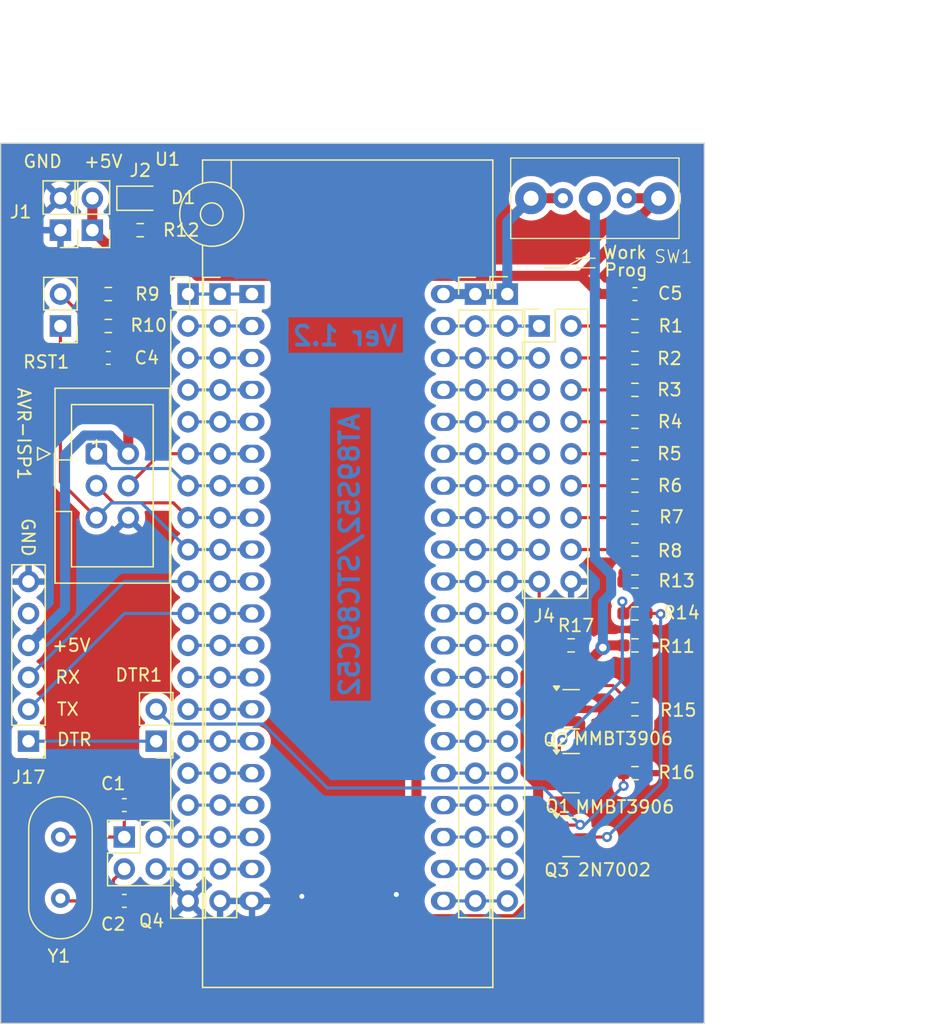
<source format=kicad_pcb>
(kicad_pcb (version 20241229) (generator "pcbnew") (generator_version "9.0")
  (layers (0 "F.Cu" signal) (2 "B.Cu" signal) (13 "F.Paste" user) (15 "B.Paste" user) (5 "F.SilkS" user "F.Silkscreen") (7 "B.SilkS" user "B.Silkscreen") (1 "F.Mask" user) (3 "B.Mask" user) (25 "Edge.Cuts" user))
  (net 0 "")
  (net 1 "GND")
  (net 2 "+5V")
  (net 3 "Net-(C4-Pad2)")
  (net 4 "Net-(D1-A)")
  (net 5 "/MISO")
  (net 6 "/SCK")
  (net 7 "/MOSI")
  (net 8 "/RST")
  (net 9 "/AD0")
  (net 10 "/AD1")
  (net 11 "/AD2")
  (net 12 "/AD3")
  (net 13 "/AD4")
  (net 14 "/AD5")
  (net 15 "/AD6")
  (net 16 "/AD7")
  (net 17 "/DTR")
  (net 19 "/P3.1")
  (net 20 "/EA")
  (net 21 "/P3.2")
  (net 22 "/P1.0")
  (net 23 "/P1.1")
  (net 24 "/P1.2")
  (net 25 "/P1.3")
  (net 26 "/P1.4")
  (net 27 "/P3.0")
  (net 28 "/P3.3")
  (net 29 "/P3.4")
  (net 30 "/P3.5")
  (net 31 "/~{WR}")
  (net 32 "/~{RD}")
  (net 33 "/X1")
  (net 34 "/X2")
  (net 35 "/ALE")
  (net 36 "/PSEN")
  (net 37 "/A15")
  (net 38 "/A14")
  (net 39 "/A13")
  (net 40 "/A12")
  (net 41 "/A11")
  (net 42 "/A10")
  (net 43 "/A9")
  (net 44 "/A8")
  (net 45 "Net-(Q1-B)")
  (net 46 "Net-(Q2-B)")
  (net 47 "Net-(Q3-D)")
  (net 48 "Net-(J4-Pin_2)")
  (net 49 "Net-(J4-Pin_4)")
  (net 50 "Net-(J4-Pin_6)")
  (net 51 "Net-(J4-Pin_8)")
  (net 52 "Net-(J4-Pin_10)")
  (net 53 "Net-(J4-Pin_12)")
  (net 54 "Net-(J4-Pin_14)")
  (net 55 "Net-(J4-Pin_16)")
  (net 56 "/VPP")
  (net 57 "Net-(Q4-Pin_1)")
  (net 58 "Net-(Q4-Pin_3)")
  (net 59 "Net-(DTR1-Pin_2)")
  (net 60 "Net-(RST1-Pin_2)")
  (net 61 "Net-(Q1-C)")
  (footprint "LED_SMD:LED_0805_2012Metric_Pad1.15x1.40mm_HandSolder" (layer "F.Cu") (at 71.11 52.38)
    (property "Reference" "D1")
    (property "Value" "LED")
  )
  (footprint "Capacitor_SMD:C_0603_1608Metric_Pad1.08x0.95mm_HandSolder" (layer "F.Cu") (at 69.84 108.26)
    (property "Reference" "C2")
    (property "Value" "22")
  )
  (footprint "Connector_PinHeader_2.54mm:PinHeader_1x06_P2.54mm_Vertical" (layer "F.Cu") (at 62.22 95.56 180)
    (property "Reference" "J17")
    (property "Value" "UART")
  )
  (footprint "Package_TO_SOT_SMD:SOT-23" (layer "F.Cu") (at 105.4 98.1)
    (property "Reference" "Q1")
    (property "Value" "MMBT3906")
  )
  (footprint "Connector_IDC:IDC-Header_2x03_P2.54mm_Vertical" (layer "F.Cu") (at 67.62 72.7)
    (property "Reference" "AVR-ISP1")
    (property "Value" "AVR-ISP-6")
  )
  (footprint "Connector_PinHeader_2.54mm:PinHeader_2x02_P2.54mm_Vertical" (layer "F.Cu") (at 69.84 103.18)
    (property "Reference" "Q4")
    (property "Value" "Conn Crystal")
  )
  (footprint "Capacitor_SMD:C_0603_1608Metric_Pad1.08x0.95mm_HandSolder" (layer "F.Cu") (at 110.48 60)
    (property "Reference" "C5")
    (property "Value" "10.0x16V")
  )
  (footprint "Package_TO_SOT_SMD:SOT-23" (layer "F.Cu") (at 105.4 103.18)
    (property "Reference" "Q3")
    (property "Value" "2N7002")
  )
  (footprint "Resistor_SMD:R_0603_1608Metric_Pad0.98x0.95mm_HandSolder" (layer "F.Cu") (at 105.4 87.94 180)
    (property "Reference" "R17")
    (property "Value" "5.1k")
  )
  (footprint "Resistor_SMD:R_0603_1608Metric_Pad0.98x0.95mm_HandSolder" (layer "F.Cu") (at 110.48 70.16)
    (property "Reference" "R4")
    (property "Value" "5.1k")
  )
  (footprint "Crystal:Crystal_HC49-U_Vertical" (layer "F.Cu") (at 64.76 103.18 -90)
    (property "Reference" "Y1")
    (property "Value" "11.0592")
  )
  (footprint "Connector_PinHeader_2.54mm:PinHeader_1x20_P2.54mm_Vertical" (layer "F.Cu") (at 74.92 60)
    (property "Reference" "J3" (hide yes))
    (property "Value" "PL2")
  )
  (footprint "Resistor_SMD:R_0603_1608Metric_Pad0.98x0.95mm_HandSolder" (layer "F.Cu") (at 110.48 62.54)
    (property "Reference" "R1")
    (property "Value" "5.1k")
  )
  (footprint "Connector_PinHeader_2.54mm:PinHeader_1x20_P2.54mm_Vertical" (layer "F.Cu") (at 100.32 60)
    (property "Reference" "J5" (hide yes))
    (property "Value" "PR2")
  )
  (footprint "Resistor_SMD:R_0603_1608Metric_Pad0.98x0.95mm_HandSolder" (layer "F.Cu") (at 110.48 93.02)
    (property "Reference" "R15")
    (property "Value" "430")
  )
  (footprint "Resistor_SMD:R_0603_1608Metric_Pad0.98x0.95mm_HandSolder" (layer "F.Cu") (at 68.57 60 180)
    (property "Reference" "R9")
    (property "Value" "20k")
  )
  (footprint "Resistor_SMD:R_0603_1608Metric_Pad0.98x0.95mm_HandSolder" (layer "F.Cu") (at 110.48 85.4 180)
    (property "Reference" "R14")
    (property "Value" "1.1k")
  )
  (footprint "Resistor_SMD:R_0603_1608Metric_Pad0.98x0.95mm_HandSolder" (layer "F.Cu") (at 110.48 82.86)
    (property "Reference" "R13")
    (property "Value" "1k")
  )
  (footprint "Socket:DIP_Socket-40_W11.9_W12.7_W15.24_W17.78_W18.5_3M_240-1280-00-0602J" (layer "F.Cu") (at 80 60)
    (property "Reference" "U1")
    (property "Value" "8051")
  )
  (footprint "Resistor_SMD:R_0603_1608Metric_Pad0.98x0.95mm_HandSolder" (layer "F.Cu") (at 110.48 87.94)
    (property "Reference" "R11")
    (property "Value" "2k")
  )
  (footprint "Resistor_SMD:R_0603_1608Metric_Pad0.98x0.95mm_HandSolder" (layer "F.Cu") (at 110.48 77.78)
    (property "Reference" "R7")
    (property "Value" "5.1k")
  )
  (footprint "Resistor_SMD:R_0603_1608Metric_Pad0.98x0.95mm_HandSolder" (layer "F.Cu") (at 110.48 67.62)
    (property "Reference" "R3")
    (property "Value" "5.1k")
  )
  (footprint "Package_TO_SOT_SMD:SOT-23" (layer "F.Cu") (at 105.4 93.02)
    (property "Reference" "Q2")
    (property "Value" "MMBT3906")
  )
  (footprint "Resistor_SMD:R_0603_1608Metric_Pad0.98x0.95mm_HandSolder" (layer "F.Cu") (at 110.48 72.7)
    (property "Reference" "R5")
    (property "Value" "5.1k")
  )
  (footprint "Resistor_SMD:R_0603_1608Metric_Pad0.98x0.95mm_HandSolder" (layer "F.Cu") (at 68.57 62.54)
    (property "Reference" "R10")
    (property "Value" "2k")
  )
  (footprint "Connector_PinHeader_2.54mm:PinHeader_2x09_P2.54mm_Vertical" (layer "F.Cu") (at 102.86 62.54)
    (property "Reference" "J4")
    (property "Value" "Rs")
  )
  (footprint "Resistor_SMD:R_0603_1608Metric_Pad0.98x0.95mm_HandSolder" (layer "F.Cu") (at 110.48 65.08)
    (property "Reference" "R2")
    (property "Value" "5.1k")
  )
  (footprint "Connector_PinHeader_2.54mm:PinHeader_1x02_P2.54mm_Vertical" (layer "F.Cu") (at 67.3 54.92 180)
    (property "Reference" "J2")
    (property "Value" "+5V")
  )
  (footprint "Resistor_SMD:R_0603_1608Metric_Pad0.98x0.95mm_HandSolder" (layer "F.Cu") (at 110.48 75.24)
    (property "Reference" "R6")
    (property "Value" "5.1k")
  )
  (footprint "Connector_PinHeader_2.54mm:PinHeader_1x20_P2.54mm_Vertical" (layer "F.Cu") (at 77.46 60)
    (property "Reference" "J24" (hide yes))
    (property "Value" "PL1")
  )
  (footprint "Resistor_SMD:R_0603_1608Metric_Pad0.98x0.95mm_HandSolder" (layer "F.Cu") (at 110.48 80.32)
    (property "Reference" "R8")
    (property "Value" "5.1k")
  )
  (footprint "Resistor_SMD:R_0603_1608Metric_Pad0.98x0.95mm_HandSolder" (layer "F.Cu") (at 71.11 54.92 180)
    (property "Reference" "R12")
    (property "Value" "1k")
  )
  (footprint "Capacitor_SMD:C_0603_1608Metric_Pad1.08x0.95mm_HandSolder" (layer "F.Cu") (at 68.57 65.08 180)
    (property "Reference" "C4")
    (property "Value" "22.0x16V")
  )
  (footprint "Connector_PinHeader_2.54mm:PinHeader_1x02_P2.54mm_Vertical" (layer "F.Cu") (at 64.76 62.54 180)
    (property "Reference" "RST1")
    (property "Value" "Reset")
  )
  (footprint "Connector_PinHeader_2.54mm:PinHeader_1x02_P2.54mm_Vertical" (layer "F.Cu") (at 64.76 54.92 180)
    (property "Reference" "J1")
    (property "Value" "GND")
  )
  (footprint "Capacitor_SMD:C_0603_1608Metric_Pad1.08x0.95mm_HandSolder" (layer "F.Cu") (at 69.84 100.64)
    (property "Reference" "C1")
    (property "Value" "22")
  )
  (footprint "Resistor_SMD:R_0603_1608Metric_Pad0.98x0.95mm_HandSolder" (layer "F.Cu") (at 110.48 98.1)
    (property "Reference" "R16")
    (property "Value" "2k")
  )
  (footprint "Button_Switch_THT:SPDT_Omron_D2F_5pins" (layer "F.Cu") (at 107.2896 52.38)
    (property "Reference" "SW1")
    (property "Value" "SW_SPDT")
  )
  (footprint "Connector_PinHeader_2.54mm:PinHeader_1x20_P2.54mm_Vertical" (layer "F.Cu") (at 97.78 60)
    (property "Reference" "J25" (hide yes))
    (property "Value" "PR1")
  )
  (footprint "Connector_PinHeader_2.54mm:PinHeader_1x02_P2.54mm_Vertical" (layer "F.Cu") (at 72.38 95.56 180)
    (property "Reference" "DTR1")
    (property "Value" "Prog")
  )
  (gr_line (start 105.8 57.912) (end 107.3 57.912) (stroke (width 0.1)) (layer "F.SilkS"))
  (gr_line (start 103.251 57.912) (end 104.8 57.912) (stroke (width 0.1)) (layer "F.SilkS"))
  (gr_line (start 104.8 57.912) (end 106.45 57.023) (stroke (width 0.1)) (layer "F.SilkS"))
  (gr_line (start 107.3 57.15) (end 105.8 57.15) (stroke (width 0.1)) (layer "F.SilkS"))
  (gr_line (start 60 118) (end 60 48) (stroke (width 0.1)) (layer "Edge.Cuts"))
  (gr_line (start 60 48) (end 116 48) (stroke (width 0.1)) (layer "Edge.Cuts"))
  (gr_line (start 116 118) (end 60 118) (stroke (width 0.1)) (layer "Edge.Cuts"))
  (gr_line (start 116 48) (end 116 118) (stroke (width 0.1)) (layer "Edge.Cuts"))
  (gr_text "AT89S52/STC89C52" (at 88.646 69.342 90) (layer "B.Cu") (effects (font (size 1.5 1.5) (thickness 0.3) (bold yes)) (justify left bottom mirror)))
  (gr_text "Ver 1.2" (at 91.694 64.2112 0) (layer "B.Cu") (effects (font (size 1.5 1.5) (thickness 0.3) (bold yes)) (justify left bottom mirror)))
  (gr_text "+5V" (at 64.008 88.519 0) (layer "F.SilkS") (effects (font (size 1 1)) (justify left bottom)))
  (gr_text "Work" (at 107.823 57.277 0) (layer "F.SilkS") (effects (font (size 1 1)) (justify left bottom)))
  (gr_text "DTR" (at 64.389 96.012 0) (layer "F.SilkS") (effects (font (size 1 1)) (justify left bottom)))
  (gr_text "RX" (at 64.262 91.059 0) (layer "F.SilkS") (effects (font (size 1 1)) (justify left bottom)))
  (gr_text "GND" (at 61.595 77.724 270) (layer "F.SilkS") (effects (font (size 1 1)) (justify left bottom)))
  (gr_text "Prog" (at 107.95 58.674 0) (layer "F.SilkS") (effects (font (size 1 1)) (justify left bottom)))
  (gr_text "TX" (at 64.389 93.599 0) (layer "F.SilkS") (effects (font (size 1 1)) (justify left bottom)))
  (gr_text "+5V" (at 66.548 50.038 0) (layer "F.SilkS") (effects (font (size 1 1)) (justify left bottom)))
  (gr_text "1" (at 67.056 72.7456 0) (layer "F.SilkS") (effects (font (size 1 1)) (justify left bottom)))
  (gr_text "GND" (at 61.722 50.038 0) (layer "F.SilkS") (effects (font (size 1 1)) (justify left bottom)))
  (via (at 83.9724 107.8992) (size 0.8) (drill 0.4) (layers "F.Cu" "B.Cu") (net 1))
  (via (at 91.4908 107.7468) (size 0.8) (drill 0.4) (layers "F.Cu" "B.Cu") (net 1))
  (segment (start 67.3 52.38) (end 67.3 54.92) (width 0.8) (layer "F.Cu") (net 2))
  (segment (start 111.3925 65.08) (end 111.3925 67.62) (width 0.8) (layer "F.Cu") (net 2))
  (segment (start 111.3925 70.16) (end 111.3925 72.7) (width 0.8) (layer "F.Cu") (net 2))
  (segment (start 67.3 54.92) (end 68.376 55.996) (width 0.8) (layer "F.Cu") (net 2))
  (segment (start 93.091 108.760628) (end 93.091 58.55) (width 0.8) (layer "F.Cu") (net 2))
  (segment (start 70.9465 55.996) (end 72.0225 54.92) (width 0.8) (layer "F.Cu") (net 2))
  (segment (start 94.041372 109.711) (end 93.091 108.760628) (width 0.8) (layer "F.Cu") (net 2))
  (segment (start 101.771 90.2022) (end 102.616 89.3572) (width 0.8) (layer "F.Cu") (net 2))
  (segment (start 102.777 99.05) (end 102.777 107.855024) (width 0.8) (layer "F.Cu") (net 2))
  (segment (start 111.3925 67.62) (end 111.3925 70.16) (width 0.8) (layer "F.Cu") (net 2))
  (segment (start 111.3925 75.24) (end 111.3925 77.78) (width 0.8) (layer "F.Cu") (net 2))
  (segment (start 106.1996 58.55) (end 93.091 58.55) (width 0.8) (layer "F.Cu") (net 2))
  (segment (start 109.5675 82.145) (end 111.3925 80.32) (width 0.8) (layer "F.Cu") (net 2))
  (segment (start 70.16 72.7) (end 70.16 65.8075) (width 0.8) (layer "F.Cu") (net 2))
  (segment (start 71.2216 60.7964) (end 74.22445 57.79355) (width 0.8) (layer "F.Cu") (net 2))
  (segment (start 68.376 55.996) (end 70.9465 55.996) (width 0.8) (layer "F.Cu") (net 2))
  (segment (start 109.8296 52.38) (end 112.3696 52.38) (width 0.8) (layer "F.Cu") (net 2))
  (segment (start 112.3696 52.38) (end 106.1996 58.55) (width 0.8) (layer "F.Cu") (net 2))
  (segment (start 74.22445 57.79355) (end 74.89605 57.79355) (width 0.8) (layer "F.Cu") (net 2))
  (segment (start 107.6496 60) (end 106.1996 58.55) (width 0.8) (layer "F.Cu") (net 2))
  (segment (start 93.091 58.55) (end 75.6525 58.55) (width 0.8) (layer "F.Cu") (net 2))
  (segment (start 102.777 99.05) (end 101.771 98.044) (width 0.8) (layer "F.Cu") (net 2))
  (segment (start 74.89605 57.79355) (end 72.0225 54.92) (width 0.8) (layer "F.Cu") (net 2))
  (segment (start 109.5675 82.86) (end 109.5675 82.145) (width 0.8) (layer "F.Cu") (net 2))
  (segment (start 111.3925 72.7) (end 111.3925 75.24) (width 0.8) (layer "F.Cu") (net 2))
  (segment (start 111.3925 77.78) (end 111.3925 80.32) (width 0.8) (layer "F.Cu") (net 2))
  (segment (start 69.4325 65.08) (end 71.2216 63.2909) (width 0.8) (layer "F.Cu") (net 2))
  (segment (start 75.6525 58.55) (end 74.89605 57.79355) (width 0.8) (layer "F.Cu") (net 2))
  (segment (start 104.4625 99.05) (end 102.777 99.05) (width 0.8) (layer "F.Cu") (net 2))
  (segment (start 111.3925 62.54) (end 111.3925 65.08) (width 0.8) (layer "F.Cu") (net 2))
  (segment (start 102.777 107.855024) (end 100.921024 109.711) (width 0.8) (layer "F.Cu") (net 2))
  (segment (start 104.8953 89.3572) (end 106.3125 87.94) (width 0.8) (layer "F.Cu") (net 2))
  (segment (start 70.16 65.8075) (end 69.4325 65.08) (width 0.8) (layer "F.Cu") (net 2))
  (segment (start 71.2216 63.2909) (end 71.2216 60.7964) (width 0.8) (layer "F.Cu") (net 2))
  (segment (start 102.616 89.3572) (end 104.8953 89.3572) (width 0.8) (layer "F.Cu") (net 2))
  (segment (start 101.771 98.044) (end 101.771 90.2022) (width 0.8) (layer "F.Cu") (net 2))
  (segment (start 109.6175 60.765) (end 109.6175 60) (width 0.8) (layer "F.Cu") (net 2))
  (segment (start 111.3925 62.54) (end 109.6175 60.765) (width 0.8) (layer "F.Cu") (net 2))
  (segment (start 100.921024 109.711) (end 94.041372 109.711) (width 0.8) (layer "F.Cu") (net 2))
  (segment (start 109.6175 60) (end 107.6496 60) (width 0.8) (layer "F.Cu") (net 2))
  (segment (start 65.1256 85.0344) (end 62.22 87.94) (width 0.8) (layer "B.Cu") (net 2))
  (segment (start 66.660576 71.249) (end 65.1256 72.783976) (width 0.8) (layer "B.Cu") (net 2))
  (segment (start 70.16 72.7) (end 68.709 71.249) (width 0.8) (layer "B.Cu") (net 2))
  (segment (start 65.1256 72.783976) (end 65.1256 85.0344) (width 0.8) (layer "B.Cu") (net 2))
  (segment (start 68.709 71.249) (end 66.660576 71.249) (width 0.8) (layer "B.Cu") (net 2))
  (segment (start 67.7075 64.3217) (end 67.7075 65.08) (width 0.25) (layer "F.Cu") (net 3))
  (segment (start 69.4825 62.54) (end 69.4825 62.5467) (width 0.25) (layer "F.Cu") (net 3))
  (segment (start 69.4825 62.5467) (end 67.7075 64.3217) (width 0.25) (layer "F.Cu") (net 3))
  (segment (start 69.4825 60) (end 69.4825 62.54) (width 0.25) (layer "F.Cu") (net 3))
  (segment (start 72.135 52.38) (end 70.1975 54.3175) (width 0.25) (layer "F.Cu") (net 4))
  (segment (start 70.1975 54.3175) (end 70.1975 54.92) (width 0.25) (layer "F.Cu") (net 4))
  (segment (start 77.46 75.24) (end 80 75.24) (width 0.25) (layer "B.Cu") (net 5))
  (segment (start 73.556 73.876) (end 74.92 75.24) (width 0.25) (layer "B.Cu") (net 5))
  (segment (start 67.62 72.7) (end 68.796 73.876) (width 0.25) (layer "B.Cu") (net 5))
  (segment (start 74.92 75.24) (end 77.46 75.24) (width 0.25) (layer "B.Cu") (net 5))
  (segment (start 68.796 73.876) (end 73.556 73.876) (width 0.25) (layer "B.Cu") (net 5))
  (segment (start 68.984 76.604) (end 73.744 76.604) (width 0.25) (layer "F.Cu") (net 6))
  (segment (start 73.744 76.604) (end 74.92 77.78) (width 0.25) (layer "F.Cu") (net 6))
  (segment (start 67.62 75.24) (end 68.984 76.604) (width 0.25) (layer "F.Cu") (net 6))
  (segment (start 74.92 77.78) (end 77.46 77.78) (width 0.25) (layer "B.Cu") (net 6))
  (segment (start 80 77.78) (end 77.46 77.78) (width 0.25) (layer "B.Cu") (net 6))
  (segment (start 70.16 75.24) (end 72.7 72.7) (width 0.25) (layer "F.Cu") (net 7))
  (segment (start 72.7 72.7) (end 74.92 72.7) (width 0.25) (layer "F.Cu") (net 7))
  (segment (start 80 72.7) (end 77.46 72.7) (width 0.25) (layer "B.Cu") (net 7))
  (segment (start 74.92 72.7) (end 77.46 72.7) (width 0.25) (layer "B.Cu") (net 7))
  (segment (start 64.76 74.92) (end 67.62 77.78) (width 0.25) (layer "F.Cu") (net 8))
  (segment (start 64.76 62.54) (end 64.76 74.92) (width 0.25) (layer "F.Cu") (net 8))
  (segment (start 71.204 76.604) (end 74.92 80.32) (width 0.25) (layer "B.Cu") (net 8))
  (segment (start 74.92 80.32) (end 77.46 80.32) (width 0.25) (layer "B.Cu") (net 8))
  (segment (start 68.796 76.604) (end 71.204 76.604) (width 0.25) (layer "B.Cu") (net 8))
  (segment (start 67.62 77.78) (end 68.796 76.604) (width 0.25) (layer "B.Cu") (net 8))
  (segment (start 77.46 80.32) (end 80 80.32) (width 0.25) (layer "B.Cu") (net 8))
  (segment (start 97.78 62.54) (end 100.32 62.54) (width 0.25) (layer "B.Cu") (net 9))
  (segment (start 100.32 62.54) (end 102.86 62.54) (width 0.25) (layer "B.Cu") (net 9))
  (segment (start 95.24 62.54) (end 97.78 62.54) (width 0.25) (layer "B.Cu") (net 9))
  (segment (start 95.24 65.08) (end 97.78 65.08) (width 0.25) (layer "B.Cu") (net 10))
  (segment (start 102.86 65.08) (end 97.78 65.08) (width 0.25) (layer "B.Cu") (net 10))
  (segment (start 95.24 67.62) (end 97.78 67.62) (width 0.25) (layer "B.Cu") (net 11))
  (segment (start 97.78 67.62) (end 102.86 67.62) (width 0.25) (layer "B.Cu") (net 11))
  (segment (start 95.24 70.16) (end 97.78 70.16) (width 0.25) (layer "B.Cu") (net 12))
  (segment (start 102.86 70.16) (end 97.78 70.16) (width 0.25) (layer "B.Cu") (net 12))
  (segment (start 95.24 72.7) (end 97.78 72.7) (width 0.25) (layer "B.Cu") (net 13))
  (segment (start 97.78 72.7) (end 102.86 72.7) (width 0.25) (layer "B.Cu") (net 13))
  (segment (start 97.78 75.24) (end 102.86 75.24) (width 0.25) (layer "B.Cu") (net 14))
  (segment (start 95.24 75.24) (end 97.78 75.24) (width 0.25) (layer "B.Cu") (net 14))
  (segment (start 97.78 77.78) (end 102.86 77.78) (width 0.25) (layer "B.Cu") (net 15))
  (segment (start 95.24 77.78) (end 97.78 77.78) (width 0.25) (layer "B.Cu") (net 15))
  (segment (start 97.78 80.32) (end 102.86 80.32) (width 0.25) (layer "B.Cu") (net 16))
  (segment (start 95.24 80.32) (end 97.78 80.32) (width 0.25) (layer "B.Cu") (net 16))
  (segment (start 62.22 95.56) (end 72.38 95.56) (width 0.25) (layer "B.Cu") (net 17))
  (segment (start 74.92 85.4) (end 77.46 85.4) (width 0.25) (layer "B.Cu") (net 19))
  (segment (start 69.84 85.4) (end 74.92 85.4) (width 0.25) (layer "B.Cu") (net 19))
  (segment (start 80 85.4) (end 77.46 85.4) (width 0.25) (layer "B.Cu") (net 19))
  (segment (start 62.22 93.02) (end 69.84 85.4) (width 0.25) (layer "B.Cu") (net 19))
  (segment (start 104.2468 87.94) (end 102.86 86.5532) (width 0.25) (layer "F.Cu") (net 20))
  (segment (start 104.4875 87.94) (end 104.2468 87.94) (width 0.25) (layer "F.Cu") (net 20))
  (segment (start 102.86 86.5532) (end 102.86 82.86) (width 0.25) (layer "F.Cu") (net 20))
  (segment (start 97.78 82.86) (end 102.86 82.86) (width 0.25) (layer "B.Cu") (net 20))
  (segment (start 95.24 82.86) (end 97.78 82.86) (width 0.25) (layer "B.Cu") (net 20))
  (segment (start 74.92 87.94) (end 77.46 87.94) (width 0.25) (layer "B.Cu") (net 21))
  (segment (start 80 87.94) (end 77.46 87.94) (width 0.25) (layer "B.Cu") (net 21))
  (segment (start 77.46 60) (end 74.92 60) (width 0.25) (layer "B.Cu") (net 22))
  (segment (start 77.46 60) (end 80 60) (width 0.25) (layer "B.Cu") (net 22))
  (segment (start 74.92 62.54) (end 77.46 62.54) (width 0.25) (layer "B.Cu") (net 23))
  (segment (start 77.46 62.54) (end 80 62.54) (width 0.25) (layer "B.Cu") (net 23))
  (segment (start 74.92 65.08) (end 77.46 65.08) (width 0.25) (layer "B.Cu") (net 24))
  (segment (start 77.46 65.08) (end 80 65.08) (width 0.25) (layer "B.Cu") (net 24))
  (segment (start 74.92 67.62) (end 77.46 67.62) (width 0.25) (layer "B.Cu") (net 25))
  (segment (start 80 67.62) (end 77.46 67.62) (width 0.25) (layer "B.Cu") (net 25))
  (segment (start 74.92 70.16) (end 77.46 70.16) (width 0.25) (layer "B.Cu") (net 26))
  (segment (start 77.46 70.16) (end 80 70.16) (width 0.25) (layer "B.Cu") (net 26))
  (segment (start 69.84 82.86) (end 74.92 82.86) (width 0.25) (layer "B.Cu") (net 27))
  (segment (start 80 82.86) (end 77.46 82.86) (width 0.25) (layer "B.Cu") (net 27))
  (segment (start 62.22 90.48) (end 69.84 82.86) (width 0.25) (layer "B.Cu") (net 27))
  (segment (start 74.92 82.86) (end 77.46 82.86) (width 0.25) (layer "B.Cu") (net 27))
  (segment (start 80 90.48) (end 77.46 90.48) (width 0.25) (layer "B.Cu") (net 28))
  (segment (start 74.92 90.48) (end 77.46 90.48) (width 0.25) (layer "B.Cu") (net 28))
  (segment (start 74.92 93.02) (end 77.46 93.02) (width 0.25) (layer "B.Cu") (net 29))
  (segment (start 77.46 93.02) (end 80 93.02) (width 0.25) (layer "B.Cu") (net 29))
  (segment (start 74.92 95.56) (end 77.46 95.56) (width 0.25) (layer "B.Cu") (net 30))
  (segment (start 77.46 95.56) (end 80 95.56) (width 0.25) (layer "B.Cu") (net 30))
  (segment (start 74.92 98.1) (end 77.46 98.1) (width 0.25) (layer "B.Cu") (net 31))
  (segment (start 77.46 98.1) (end 80 98.1) (width 0.25) (layer "B.Cu") (net 31))
  (segment (start 74.92 100.64) (end 77.46 100.64) (width 0.25) (layer "B.Cu") (net 32))
  (segment (start 80 100.64) (end 77.46 100.64) (width 0.25) (layer "B.Cu") (net 32))
  (segment (start 74.92 103.18) (end 77.46 103.18) (width 0.25) (layer "B.Cu") (net 33))
  (segment (start 72.38 103.18) (end 74.92 103.18) (width 0.25) (layer "B.Cu") (net 33))
  (segment (start 77.46 103.18) (end 80 103.18) (width 0.25) (layer "B.Cu") (net 33))
  (segment (start 72.18 105.52) (end 72.38 105.72) (width 0.25) (layer "F.Cu") (net 34))
  (segment (start 80 105.72) (end 77.46 105.72) (width 0.25) (layer "B.Cu") (net 34))
  (segment (start 72.38 105.72) (end 74.92 105.72) (width 0.25) (layer "B.Cu") (net 34))
  (segment (start 74.92 105.72) (end 77.46 105.72) (width 0.25) (layer "B.Cu") (net 34))
  (segment (start 100.32 85.4) (end 97.78 85.4) (width 0.25) (layer "B.Cu") (net 35))
  (segment (start 95.24 85.4) (end 97.78 85.4) (width 0.25) (layer "B.Cu") (net 35))
  (segment (start 97.78 87.94) (end 100.32 87.94) (width 0.25) (layer "B.Cu") (net 36))
  (segment (start 95.24 87.94) (end 97.78 87.94) (width 0.25) (layer "B.Cu") (net 36))
  (segment (start 100.32 90.48) (end 97.78 90.48) (width 0.25) (layer "B.Cu") (net 37))
  (segment (start 97.78 90.48) (end 95.24 90.48) (width 0.25) (layer "B.Cu") (net 37))
  (segment (start 95.24 93.02) (end 97.78 93.02) (width 0.25) (layer "B.Cu") (net 38))
  (segment (start 97.78 93.02) (end 100.32 93.02) (width 0.25) (layer "B.Cu") (net 38))
  (segment (start 97.78 95.56) (end 100.32 95.56) (width 0.25) (layer "B.Cu") (net 39))
  (segment (start 97.78 95.56) (end 95.24 95.56) (width 0.25) (layer "B.Cu") (net 39))
  (segment (start 95.24 98.1) (end 97.78 98.1) (width 0.25) (layer "B.Cu") (net 40))
  (segment (start 97.78 98.1) (end 100.32 98.1) (width 0.25) (layer "B.Cu") (net 40))
  (segment (start 97.78 100.64) (end 100.32 100.64) (width 0.25) (layer "B.Cu") (net 41))
  (segment (start 97.78 100.64) (end 95.24 100.64) (width 0.25) (layer "B.Cu") (net 41))
  (segment (start 97.78 103.18) (end 100.32 103.18) (width 0.25) (layer "B.Cu") (net 42))
  (segment (start 95.24 103.18) (end 97.78 103.18) (width 0.25) (layer "B.Cu") (net 42))
  (segment (start 95.24 105.72) (end 97.78 105.72) (width 0.25) (layer "B.Cu") (net 43))
  (segment (start 97.78 105.72) (end 100.32 105.72) (width 0.25) (layer "B.Cu") (net 43))
  (segment (start 95.24 108.26) (end 97.78 108.26) (width 0.25) (layer "B.Cu") (net 44))
  (segment (start 97.78 108.26) (end 100.32 108.26) (width 0.25) (layer "B.Cu") (net 44))
  (segment (start 104.4625 97.15) (end 104.4625 95.6895) (width 0.25) (layer "F.Cu") (net 45))
  (segment (start 111.3925 82.86) (end 111.3925 83.575) (width 0.25) (layer "F.Cu") (net 45))
  (segment (start 111.3925 83.575) (end 109.5675 85.4) (width 0.25) (layer "F.Cu") (net 45))
  (segment (start 104.4625 95.6895) (end 104.6988 95.4532) (width 0.25) (layer "F.Cu") (net 45))
  (segment (start 109.5675 84.5485) (end 109.474 84.455) (width 0.25) (layer "F.Cu") (net 45))
  (segment (start 109.5675 85.4) (end 109.5675 84.5485) (width 0.25) (layer "F.Cu") (net 45))
  (via (at 109.474 84.455) (size 0.8) (drill 0.4) (layers "F.Cu" "B.Cu") (net 45))
  (via (at 104.6988 95.4532) (size 0.8) (drill 0.4) (layers "F.Cu" "B.Cu") (net 45))
  (segment (start 109.474 90.678) (end 109.474 84.455) (width 0.25) (layer "B.Cu") (net 45))
  (segment (start 104.6988 95.4532) (end 109.474 90.678) (width 0.25) (layer "B.Cu") (net 45))
  (segment (start 104.4625 92.07) (end 105.3973 91.1352) (width 0.25) (layer "F.Cu") (net 46))
  (segment (start 109.5675 91.9907) (end 109.5675 93.02) (width 0.25) (layer "F.Cu") (net 46))
  (segment (start 108.712 91.1352) (end 109.5675 91.9907) (width 0.25) (layer "F.Cu") (net 46))
  (segment (start 105.3973 91.1352) (end 108.712 91.1352) (width 0.25) (layer "F.Cu") (net 46))
  (segment (start 112.4764 85.4) (end 112.522 85.4456) (width 0.25) (layer "F.Cu") (net 47))
  (segment (start 108.2496 103.18) (end 108.2548 103.1748) (width 0.25) (layer "F.Cu") (net 47))
  (segment (start 106.3375 103.18) (end 108.2496 103.18) (width 0.25) (layer "F.Cu") (net 47))
  (segment (start 111.3925 85.4) (end 112.4764 85.4) (width 0.25) (layer "F.Cu") (net 47))
  (via (at 108.2548 103.1748) (size 0.8) (drill 0.4) (layers "F.Cu" "B.Cu") (net 47))
  (via (at 112.522 85.4456) (size 0.8) (drill 0.4) (layers "F.Cu" "B.Cu") (net 47))
  (segment (start 108.2548 103.1748) (end 112.522 98.9076) (width 0.25) (layer "B.Cu") (net 47))
  (segment (start 112.522 98.9076) (end 112.522 85.4456) (width 0.25) (layer "B.Cu") (net 47))
  (segment (start 105.4 62.54) (end 109.5675 62.54) (width 0.25) (layer "F.Cu") (net 48))
  (segment (start 105.4 65.08) (end 109.5675 65.08) (width 0.25) (layer "F.Cu") (net 49))
  (segment (start 105.4 67.62) (end 109.5675 67.62) (width 0.25) (layer "F.Cu") (net 50))
  (segment (start 105.4 70.16) (end 109.5675 70.16) (width 0.25) (layer "F.Cu") (net 51))
  (segment (start 105.4 72.7) (end 109.5675 72.7) (width 0.25) (layer "F.Cu") (net 52))
  (segment (start 105.4 75.24) (end 109.5675 75.24) (width 0.25) (layer "F.Cu") (net 53))
  (segment (start 105.4 77.78) (end 109.5675 77.78) (width 0.25) (layer "F.Cu") (net 54))
  (segment (start 105.4 80.32) (end 109.5675 80.32) (width 0.25) (layer "F.Cu") (net 55))
  (segment (start 102.2096 52.38) (end 104.7496 52.38) (width 0.8) (layer "F.Cu") (net 56))
  (segment (start 95.24 60) (end 97.78 60) (width 0.8) (layer "B.Cu") (net 56))
  (segment (start 100.32 54.2696) (end 102.2096 52.38) (width 0.8) (layer "B.Cu") (net 56))
  (segment (start 97.78 60) (end 100.32 60) (width 0.8) (layer "B.Cu") (net 56))
  (segment (start 100.32 60) (end 100.32 54.2696) (width 0.8) (layer "B.Cu") (net 56))
  (segment (start 68.9775 100.64) (end 68.9775 100.8291) (width 0.25) (layer "F.Cu") (net 57))
  (segment (start 68.9775 100.8291) (end 69.84 101.6916) (width 0.25) (layer "F.Cu") (net 57))
  (segment (start 69.84 101.6916) (end 69.84 103.18) (width 0.25) (layer "F.Cu") (net 57))
  (segment (start 64.76 103.18) (end 69.84 103.18) (width 0.25) (layer "F.Cu") (net 57))
  (segment (start 68.9775 108.26) (end 68.9775 106.5825) (width 0.25) (layer "F.Cu") (net 58))
  (segment (start 68.9775 108.26) (end 64.96 108.26) (width 0.25) (layer "F.Cu") (net 58))
  (segment (start 68.9775 106.5825) (end 69.84 105.72) (width 0.25) (layer "F.Cu") (net 58))
  (segment (start 64.96 108.26) (end 64.76 108.06) (width 0.25) (layer "F.Cu") (net 58))
  (segment (start 111.3925 93.02) (end 111.3925 94.3983) (width 0.25) (layer "F.Cu") (net 59))
  (segment (start 111.3925 94.3983) (end 109.5675 96.2233) (width 0.25) (layer "F.Cu") (net 59))
  (segment (start 106.1008 102.23) (end 106.1212 102.2096) (width 0.25) (layer "F.Cu") (net 59))
  (segment (start 109.5675 96.2233) (end 109.5675 98.1) (width 0.25) (layer "F.Cu") (net 59))
  (segment (start 109.5675 98.1) (end 109.5675 99.1027) (width 0.25) (layer "F.Cu") (net 59))
  (segment (start 104.4625 102.23) (end 106.1008 102.23) (width 0.25) (layer "F.Cu") (net 59))
  (segment (start 109.5675 99.1027) (end 109.5756 99.1108) (width 0.25) (layer "F.Cu") (net 59))
  (via (at 109.5756 99.1108) (size 0.8) (drill 0.4) (layers "F.Cu" "B.Cu") (net 59))
  (via (at 106.1212 102.2096) (size 0.8) (drill 0.4) (layers "F.Cu" "B.Cu") (net 59))
  (segment (start 103.1876 99.276) (end 85.99699 99.276) (width 0.25) (layer "B.Cu") (net 59))
  (segment (start 73.555 94.195) (end 72.38 93.02) (width 0.25) (layer "B.Cu") (net 59))
  (segment (start 106.1212 102.2096) (end 103.1876 99.276) (width 0.25) (layer "B.Cu") (net 59))
  (segment (start 106.1212 102.2096) (end 106.4768 102.2096) (width 0.25) (layer "B.Cu") (net 59))
  (segment (start 106.4768 102.2096) (end 109.5756 99.1108) (width 0.25) (layer "B.Cu") (net 59))
  (segment (start 85.99699 99.276) (end 80.91599 94.195) (width 0.25) (layer "B.Cu") (net 59))
  (segment (start 80.91599 94.195) (end 73.555 94.195) (width 0.25) (layer "B.Cu") (net 59))
  (segment (start 67.3 62.54) (end 64.76 60) (width 0.25) (layer "F.Cu") (net 60))
  (segment (start 67.6575 62.54) (end 67.3 62.54) (width 0.25) (layer "F.Cu") (net 60))
  (segment (start 105.9588 93.97) (end 106.1212 94.1324) (width 0.8) (layer "F.Cu") (net 61))
  (segment (start 103.124 93.6752) (end 103.4188 93.97) (width 0.8) (layer "F.Cu") (net 61))
  (segment (start 103.4188 93.97) (end 104.4625 93.97) (width 0.8) (layer "F.Cu") (net 61))
  (segment (start 108.0972 87.94) (end 107.9246 88.1126) (width 0.8) (layer "F.Cu") (net 61))
  (segment (start 106.1212 97.6376) (end 106.3375 97.8539) (width 0.8) (layer "F.Cu") (net 61))
  (segment (start 107.9246 88.1126) (end 105.679 90.3582) (width 0.8) (layer "F.Cu") (net 61))
  (segment (start 109.5675 87.94) (end 108.0972 87.94) (width 0.8) (layer "F.Cu") (net 61))
  (segment (start 106.1212 94.1324) (end 106.1212 97.6376) (width 0.8) (layer "F.Cu") (net 61))
  (segment (start 106.3375 97.8539) (end 106.3375 98.1) (width 0.8) (layer "F.Cu") (net 61))
  (segment (start 103.124 90.3582) (end 103.124 93.6752) (width 0.8) (layer "F.Cu") (net 61))
  (segment (start 105.9588 93.97) (end 104.4625 93.97) (width 0.8) (layer "F.Cu") (net 61))
  (segment (start 105.679 90.3582) (end 103.124 90.3582) (width 0.8) (layer "F.Cu") (net 61))
  (via (at 107.9246 88.1126) (size 1.2) (drill 0.6) (layers "F.Cu" "B.Cu") (net 61))
  (segment (start 107.9246 84.4804) (end 108.585 83.82) (width 0.8) (layer "B.Cu") (net 61))
  (segment (start 107.9246 88.1126) (end 107.9246 84.4804) (width 0.8) (layer "B.Cu") (net 61))
  (segment (start 108.585 83.82) (end 108.585 82.296) (width 0.8) (layer "B.Cu") (net 61))
  (segment (start 107.2896 81.0006) (end 107.2896 52.38) (width 0.8) (layer "B.Cu") (net 61))
  (segment (start 108.585 82.296) (end 107.2896 81.0006) (width 0.8) (layer "B.Cu") (net 61))
  (zone (net 1) (net_name "GND") (layers "F.Cu" "B.Cu") (connect_pads (clearance 0.5)) (min_thickness 0.25) (fill yes (thermal_gap 0.5) (thermal_bridge_width 0.5))
    (polygon (pts (xy 59.9948 48.006) (xy 115.951 48.006) (xy 115.951 117.983) (xy 59.9948 118.0084) (xy 59.9948 56.0832)))
  )
)
</source>
